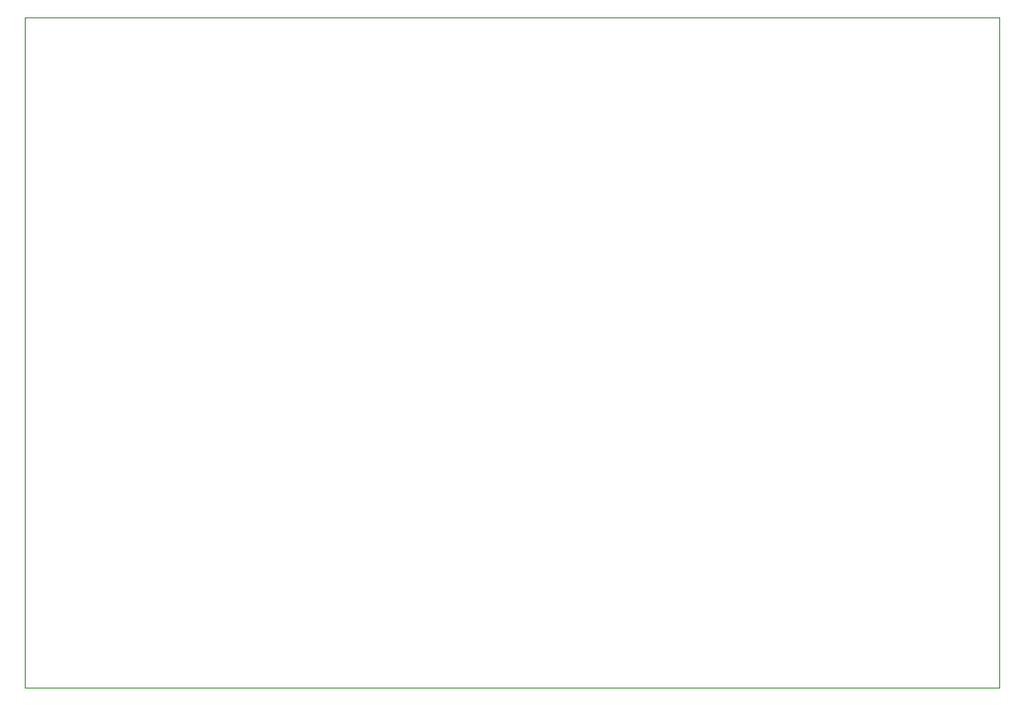
<source format=gbr>
%TF.GenerationSoftware,KiCad,Pcbnew,9.0.5*%
%TF.CreationDate,2025-11-12T00:35:56+01:00*%
%TF.ProjectId,mobile_robot,6d6f6269-6c65-45f7-926f-626f742e6b69,rev?*%
%TF.SameCoordinates,Original*%
%TF.FileFunction,Profile,NP*%
%FSLAX46Y46*%
G04 Gerber Fmt 4.6, Leading zero omitted, Abs format (unit mm)*
G04 Created by KiCad (PCBNEW 9.0.5) date 2025-11-12 00:35:56*
%MOMM*%
%LPD*%
G01*
G04 APERTURE LIST*
%TA.AperFunction,Profile*%
%ADD10C,0.100000*%
%TD*%
G04 APERTURE END LIST*
D10*
X100000000Y-38000000D02*
X190000000Y-38000000D01*
X190000000Y-100000000D01*
X100000000Y-100000000D01*
X100000000Y-38000000D01*
M02*

</source>
